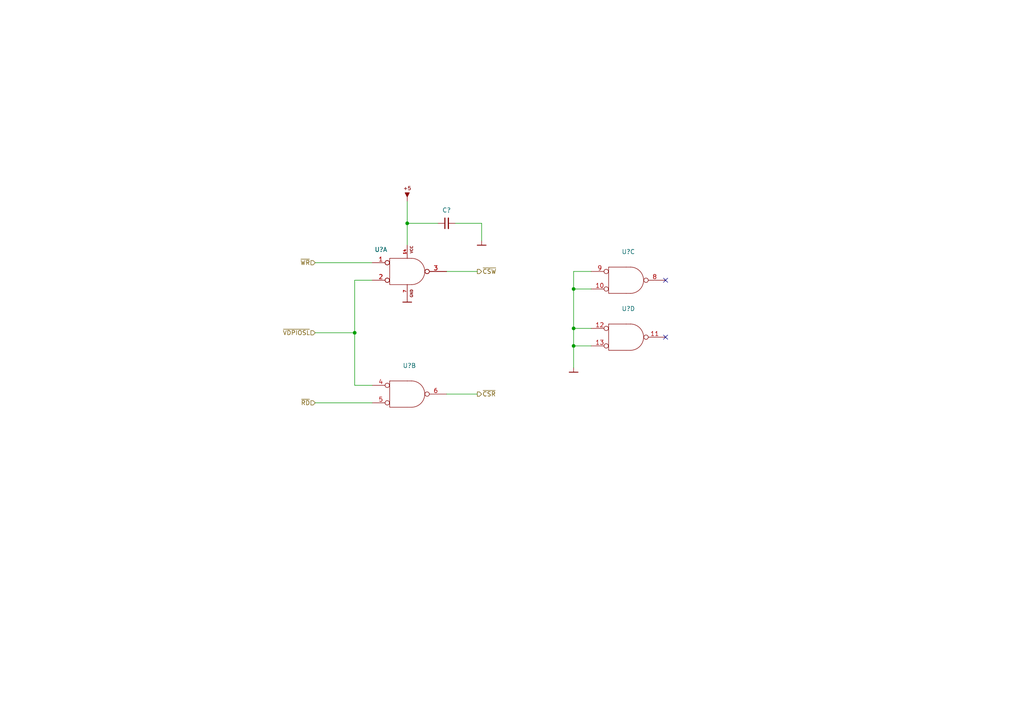
<source format=kicad_sch>
(kicad_sch (version 20211123) (generator eeschema)

  (uuid 0f41a909-27c4-4be2-9d5e-9ae2108c8ff5)

  (paper "A4")

  (lib_symbols
    (symbol "artemisa:74HC32" (pin_names (offset 0.762) hide) (in_bom yes) (on_board yes)
      (property "Reference" "U" (id 0) (at 7.62 3.81 0)
        (effects (font (size 1.27 1.27)))
      )
      (property "Value" "74HC32" (id 1) (at 8.89 -3.81 0)
        (effects (font (size 1.27 1.27)))
      )
      (property "Footprint" "" (id 2) (at 0 0 0)
        (effects (font (size 1.27 1.27)) hide)
      )
      (property "Datasheet" "" (id 3) (at 0 0 0)
        (effects (font (size 1.27 1.27)) hide)
      )
      (symbol "74HC32_1_0"
        (text "GND" (at 1.27 -6.35 900)
          (effects (font (size 0.762 0.762)))
        )
        (text "VCC" (at 1.27 6.35 900)
          (effects (font (size 0.762 0.762)))
        )
        (pin power_in line (at 0 7.62 270) (length 3.81)
          (name "VCC" (effects (font (size 1.27 1.27))))
          (number "14" (effects (font (size 0.762 0.762))))
        )
        (pin power_in line (at 0 -7.62 90) (length 3.81)
          (name "GND" (effects (font (size 1.27 1.27))))
          (number "7" (effects (font (size 0.762 0.762))))
        )
      )
      (symbol "74HC32_1_1"
        (arc (start -5.08 -3.81) (mid -3.5018 0) (end -5.08 3.81)
          (stroke (width 0) (type default) (color 0 0 0 0))
          (fill (type none))
        )
        (arc (start 0 -3.81) (mid 3.6784 -2.744) (end 6.35 0)
          (stroke (width 0) (type default) (color 0 0 0 0))
          (fill (type none))
        )
        (polyline
          (pts
            (xy -5.08 -3.81)
            (xy 0 -3.81)
          )
          (stroke (width 0) (type default) (color 0 0 0 0))
          (fill (type none))
        )
        (polyline
          (pts
            (xy -5.08 3.81)
            (xy 0 3.81)
          )
          (stroke (width 0) (type default) (color 0 0 0 0))
          (fill (type none))
        )
        (arc (start 6.35 0) (mid 3.6784 2.744) (end 0 3.81)
          (stroke (width 0) (type default) (color 0 0 0 0))
          (fill (type none))
        )
        (pin input line (at -10.16 2.54 0) (length 5.9944)
          (name "~" (effects (font (size 1.27 1.27))))
          (number "1" (effects (font (size 1.27 1.27))))
        )
        (pin input line (at -10.16 -2.54 0) (length 5.9944)
          (name "~" (effects (font (size 1.27 1.27))))
          (number "2" (effects (font (size 1.27 1.27))))
        )
        (pin output line (at 11.43 0 180) (length 5.1054)
          (name "~" (effects (font (size 1.27 1.27))))
          (number "3" (effects (font (size 1.27 1.27))))
        )
      )
      (symbol "74HC32_1_2"
        (polyline
          (pts
            (xy -5.08 3.81)
            (xy 0 3.81)
          )
          (stroke (width 0) (type default) (color 0 0 0 0))
          (fill (type none))
        )
        (polyline
          (pts
            (xy 0 -3.81)
            (xy 1.27 -3.81)
          )
          (stroke (width 0) (type default) (color 0 0 0 0))
          (fill (type none))
        )
        (polyline
          (pts
            (xy 0 3.81)
            (xy 1.27 3.81)
          )
          (stroke (width 0) (type default) (color 0 0 0 0))
          (fill (type none))
        )
        (polyline
          (pts
            (xy -5.08 3.81)
            (xy -5.08 -3.81)
            (xy 0 -3.81)
          )
          (stroke (width 0) (type default) (color 0 0 0 0))
          (fill (type none))
        )
        (arc (start 1.27 -3.81) (mid 5.08 0) (end 1.27 3.81)
          (stroke (width 0) (type default) (color 0 0 0 0))
          (fill (type none))
        )
        (pin input inverted (at -10.16 2.54 0) (length 5.0038)
          (name "~" (effects (font (size 1.27 1.27))))
          (number "1" (effects (font (size 1.27 1.27))))
        )
        (pin input inverted (at -10.16 -2.54 0) (length 5.0038)
          (name "~" (effects (font (size 1.27 1.27))))
          (number "2" (effects (font (size 1.27 1.27))))
        )
        (pin output inverted (at 11.43 0 180) (length 6.2992)
          (name "~" (effects (font (size 1.27 1.27))))
          (number "3" (effects (font (size 1.27 1.27))))
        )
      )
      (symbol "74HC32_2_1"
        (arc (start -5.08 -3.81) (mid -3.5018 0) (end -5.08 3.81)
          (stroke (width 0) (type default) (color 0 0 0 0))
          (fill (type none))
        )
        (arc (start 0 -3.81) (mid 3.6784 -2.744) (end 6.35 0)
          (stroke (width 0) (type default) (color 0 0 0 0))
          (fill (type none))
        )
        (polyline
          (pts
            (xy -5.08 -3.81)
            (xy 0 -3.81)
          )
          (stroke (width 0) (type default) (color 0 0 0 0))
          (fill (type none))
        )
        (polyline
          (pts
            (xy -5.08 3.81)
            (xy 0 3.81)
          )
          (stroke (width 0) (type default) (color 0 0 0 0))
          (fill (type none))
        )
        (arc (start 6.35 0) (mid 3.6784 2.744) (end 0 3.81)
          (stroke (width 0) (type default) (color 0 0 0 0))
          (fill (type none))
        )
        (pin input line (at -10.16 2.54 0) (length 5.9944)
          (name "~" (effects (font (size 1.27 1.27))))
          (number "4" (effects (font (size 1.27 1.27))))
        )
        (pin input line (at -10.16 -2.54 0) (length 5.9944)
          (name "~" (effects (font (size 1.27 1.27))))
          (number "5" (effects (font (size 1.27 1.27))))
        )
        (pin output line (at 11.43 0 180) (length 5.1054)
          (name "~" (effects (font (size 1.27 1.27))))
          (number "6" (effects (font (size 1.27 1.27))))
        )
      )
      (symbol "74HC32_2_2"
        (polyline
          (pts
            (xy -5.08 3.81)
            (xy 0 3.81)
          )
          (stroke (width 0) (type default) (color 0 0 0 0))
          (fill (type none))
        )
        (polyline
          (pts
            (xy 0 -3.81)
            (xy 1.27 -3.81)
          )
          (stroke (width 0) (type default) (color 0 0 0 0))
          (fill (type none))
        )
        (polyline
          (pts
            (xy 0 3.81)
            (xy 1.27 3.81)
          )
          (stroke (width 0) (type default) (color 0 0 0 0))
          (fill (type none))
        )
        (polyline
          (pts
            (xy -5.08 3.81)
            (xy -5.08 -3.81)
            (xy 0 -3.81)
          )
          (stroke (width 0) (type default) (color 0 0 0 0))
          (fill (type none))
        )
        (arc (start 1.27 -3.81) (mid 5.08 0) (end 1.27 3.81)
          (stroke (width 0) (type default) (color 0 0 0 0))
          (fill (type none))
        )
        (pin input inverted (at -10.16 2.54 0) (length 5.0038)
          (name "~" (effects (font (size 1.27 1.27))))
          (number "4" (effects (font (size 1.27 1.27))))
        )
        (pin input inverted (at -10.16 -2.54 0) (length 5.0038)
          (name "~" (effects (font (size 1.27 1.27))))
          (number "5" (effects (font (size 1.27 1.27))))
        )
        (pin output inverted (at 11.43 0 180) (length 6.2992)
          (name "~" (effects (font (size 1.27 1.27))))
          (number "6" (effects (font (size 1.27 1.27))))
        )
      )
      (symbol "74HC32_3_1"
        (arc (start -5.08 -3.81) (mid -3.5018 0) (end -5.08 3.81)
          (stroke (width 0) (type default) (color 0 0 0 0))
          (fill (type none))
        )
        (arc (start 0 -3.81) (mid 3.6784 -2.744) (end 6.35 0)
          (stroke (width 0) (type default) (color 0 0 0 0))
          (fill (type none))
        )
        (polyline
          (pts
            (xy -5.08 -3.81)
            (xy 0 -3.81)
          )
          (stroke (width 0) (type default) (color 0 0 0 0))
          (fill (type none))
        )
        (polyline
          (pts
            (xy -5.08 3.81)
            (xy 0 3.81)
          )
          (stroke (width 0) (type default) (color 0 0 0 0))
          (fill (type none))
        )
        (arc (start 6.35 0) (mid 3.6784 2.744) (end 0 3.81)
          (stroke (width 0) (type default) (color 0 0 0 0))
          (fill (type none))
        )
        (pin input line (at -10.16 -2.54 0) (length 5.9944)
          (name "~" (effects (font (size 1.27 1.27))))
          (number "10" (effects (font (size 1.27 1.27))))
        )
        (pin output line (at 11.43 0 180) (length 5.1054)
          (name "~" (effects (font (size 1.27 1.27))))
          (number "8" (effects (font (size 1.27 1.27))))
        )
        (pin input line (at -10.16 2.54 0) (length 5.9944)
          (name "~" (effects (font (size 1.27 1.27))))
          (number "9" (effects (font (size 1.27 1.27))))
        )
      )
      (symbol "74HC32_3_2"
        (polyline
          (pts
            (xy -5.08 3.81)
            (xy 0 3.81)
          )
          (stroke (width 0) (type default) (color 0 0 0 0))
          (fill (type none))
        )
        (polyline
          (pts
            (xy 0 -3.81)
            (xy 1.27 -3.81)
          )
          (stroke (width 0) (type default) (color 0 0 0 0))
          (fill (type none))
        )
        (polyline
          (pts
            (xy 0 3.81)
            (xy 1.27 3.81)
          )
          (stroke (width 0) (type default) (color 0 0 0 0))
          (fill (type none))
        )
        (polyline
          (pts
            (xy -5.08 3.81)
            (xy -5.08 -3.81)
            (xy 0 -3.81)
          )
          (stroke (width 0) (type default) (color 0 0 0 0))
          (fill (type none))
        )
        (arc (start 1.27 -3.81) (mid 5.08 0) (end 1.27 3.81)
          (stroke (width 0) (type default) (color 0 0 0 0))
          (fill (type none))
        )
        (pin input inverted (at -10.16 -2.54 0) (length 5.0038)
          (name "~" (effects (font (size 1.27 1.27))))
          (number "10" (effects (font (size 1.27 1.27))))
        )
        (pin output inverted (at 11.43 0 180) (length 6.2992)
          (name "~" (effects (font (size 1.27 1.27))))
          (number "8" (effects (font (size 1.27 1.27))))
        )
        (pin input inverted (at -10.16 2.54 0) (length 5.0038)
          (name "~" (effects (font (size 1.27 1.27))))
          (number "9" (effects (font (size 1.27 1.27))))
        )
      )
      (symbol "74HC32_4_1"
        (arc (start -5.08 -3.81) (mid -3.5018 0) (end -5.08 3.81)
          (stroke (width 0) (type default) (color 0 0 0 0))
          (fill (type none))
        )
        (arc (start 0 -3.81) (mid 3.6784 -2.744) (end 6.35 0)
          (stroke (width 0) (type default) (color 0 0 0 0))
          (fill (type none))
        )
        (polyline
          (pts
            (xy -5.08 -3.81)
            (xy 0 -3.81)
          )
          (stroke (width 0) (type default) (color 0 0 0 0))
          (fill (type none))
        )
        (polyline
          (pts
            (xy -5.08 3.81)
            (xy 0 3.81)
          )
          (stroke (width 0) (type default) (color 0 0 0 0))
          (fill (type none))
        )
        (arc (start 6.35 0) (mid 3.6784 2.744) (end 0 3.81)
          (stroke (width 0) (type default) (color 0 0 0 0))
          (fill (type none))
        )
        (pin output line (at 11.43 0 180) (length 5.1054)
          (name "~" (effects (font (size 1.27 1.27))))
          (number "11" (effects (font (size 1.27 1.27))))
        )
        (pin input line (at -10.16 2.54 0) (length 5.9944)
          (name "~" (effects (font (size 1.27 1.27))))
          (number "12" (effects (font (size 1.27 1.27))))
        )
        (pin input line (at -10.16 -2.54 0) (length 5.9944)
          (name "~" (effects (font (size 1.27 1.27))))
          (number "13" (effects (font (size 1.27 1.27))))
        )
      )
      (symbol "74HC32_4_2"
        (polyline
          (pts
            (xy -5.08 3.81)
            (xy 0 3.81)
          )
          (stroke (width 0) (type default) (color 0 0 0 0))
          (fill (type none))
        )
        (polyline
          (pts
            (xy 0 -3.81)
            (xy 1.27 -3.81)
          )
          (stroke (width 0) (type default) (color 0 0 0 0))
          (fill (type none))
        )
        (polyline
          (pts
            (xy 0 3.81)
            (xy 1.27 3.81)
          )
          (stroke (width 0) (type default) (color 0 0 0 0))
          (fill (type none))
        )
        (polyline
          (pts
            (xy -5.08 3.81)
            (xy -5.08 -3.81)
            (xy 0 -3.81)
          )
          (stroke (width 0) (type default) (color 0 0 0 0))
          (fill (type none))
        )
        (arc (start 1.27 -3.81) (mid 5.08 0) (end 1.27 3.81)
          (stroke (width 0) (type default) (color 0 0 0 0))
          (fill (type none))
        )
        (pin output inverted (at 11.43 0 180) (length 6.2992)
          (name "~" (effects (font (size 1.27 1.27))))
          (number "11" (effects (font (size 1.27 1.27))))
        )
        (pin input inverted (at -10.16 2.54 0) (length 5.0038)
          (name "~" (effects (font (size 1.27 1.27))))
          (number "12" (effects (font (size 1.27 1.27))))
        )
        (pin input inverted (at -10.16 -2.54 0) (length 5.0038)
          (name "~" (effects (font (size 1.27 1.27))))
          (number "13" (effects (font (size 1.27 1.27))))
        )
      )
    )
    (symbol "artemisa:Cap" (pin_numbers hide) (pin_names (offset 0.254) hide) (in_bom yes) (on_board yes)
      (property "Reference" "C" (id 0) (at 0.254 1.778 0)
        (effects (font (size 1.27 1.27)) (justify left))
      )
      (property "Value" "Cap" (id 1) (at 0.254 -2.032 0)
        (effects (font (size 1.27 1.27)) (justify left))
      )
      (property "Footprint" "" (id 2) (at 0 0 0)
        (effects (font (size 1.27 1.27)) hide)
      )
      (property "Datasheet" "" (id 3) (at 0 0 0)
        (effects (font (size 1.27 1.27)) hide)
      )
      (property "ki_fp_filters" "C_*" (id 4) (at 0 0 0)
        (effects (font (size 1.27 1.27)) hide)
      )
      (symbol "Cap_0_1"
        (polyline
          (pts
            (xy -1.524 -0.508)
            (xy 1.524 -0.508)
          )
          (stroke (width 0.3302) (type default) (color 0 0 0 0))
          (fill (type none))
        )
        (polyline
          (pts
            (xy -1.524 0.508)
            (xy 1.524 0.508)
          )
          (stroke (width 0.3048) (type default) (color 0 0 0 0))
          (fill (type none))
        )
      )
      (symbol "Cap_1_1"
        (pin passive line (at 0 2.54 270) (length 2.032)
          (name "~" (effects (font (size 1.27 1.27))))
          (number "1" (effects (font (size 1.27 1.27))))
        )
        (pin passive line (at 0 -2.54 90) (length 2.032)
          (name "~" (effects (font (size 1.27 1.27))))
          (number "2" (effects (font (size 1.27 1.27))))
        )
      )
    )
    (symbol "artemisa:GND" (power) (pin_numbers hide) (pin_names (offset 0) hide) (in_bom yes) (on_board yes)
      (property "Reference" "#PWR" (id 0) (at 0 -2.54 0)
        (effects (font (size 1.524 1.524)) hide)
      )
      (property "Value" "GND" (id 1) (at 0 2.54 0)
        (effects (font (size 1.524 1.524)) hide)
      )
      (property "Footprint" "" (id 2) (at 0 0 0)
        (effects (font (size 1.524 1.524)) hide)
      )
      (property "Datasheet" "" (id 3) (at 0 0 0)
        (effects (font (size 1.524 1.524)) hide)
      )
      (symbol "GND_0_1"
        (polyline
          (pts
            (xy -1.27 -1.27)
            (xy 1.27 -1.27)
          )
          (stroke (width 0.254) (type default) (color 0 0 0 0))
          (fill (type none))
        )
      )
      (symbol "GND_1_1"
        (pin power_in line (at 0 0 270) (length 1.27)
          (name "GND" (effects (font (size 1.27 1.27))))
          (number "~" (effects (font (size 1.27 1.27))))
        )
      )
    )
    (symbol "artemisa:VCC" (power) (pin_numbers hide) (pin_names (offset 0) hide) (in_bom yes) (on_board yes)
      (property "Reference" "#PWR" (id 0) (at 0 -1.27 0)
        (effects (font (size 1.524 1.524)) hide)
      )
      (property "Value" "VCC" (id 1) (at 0 6.35 0)
        (effects (font (size 1.524 1.524)) hide)
      )
      (property "Footprint" "" (id 2) (at 0 0 0)
        (effects (font (size 1.524 1.524)) hide)
      )
      (property "Datasheet" "" (id 3) (at 0 0 0)
        (effects (font (size 1.524 1.524)) hide)
      )
      (symbol "VCC_0_0"
        (text "+5" (at 0 3.81 0)
          (effects (font (size 1.016 1.016)))
        )
      )
      (symbol "VCC_0_1"
        (polyline
          (pts
            (xy 0 1.27)
            (xy 0.635 2.54)
            (xy -0.635 2.54)
            (xy 0 1.27)
          )
          (stroke (width 0) (type default) (color 0 0 0 0))
          (fill (type outline))
        )
      )
      (symbol "VCC_1_1"
        (pin power_in line (at 0 0 90) (length 1.27)
          (name "~" (effects (font (size 1.27 1.27))))
          (number "~" (effects (font (size 1.27 1.27))))
        )
      )
    )
  )

  (junction (at 166.37 83.82) (diameter 0) (color 0 0 0 0)
    (uuid 0147f16a-c952-4891-8f53-a9fb8cddeb8d)
  )
  (junction (at 166.37 95.25) (diameter 0) (color 0 0 0 0)
    (uuid 0d0bb7b2-a6e5-46d2-9492-a1aa6e5a7b2f)
  )
  (junction (at 166.37 100.33) (diameter 0) (color 0 0 0 0)
    (uuid 15875808-74d5-4210-b8ca-aa8fbc04ae21)
  )
  (junction (at 102.87 96.52) (diameter 0) (color 0 0 0 0)
    (uuid a05d7640-f2f6-4ba7-8c51-5a4af431fc13)
  )
  (junction (at 118.11 64.77) (diameter 0) (color 0 0 0 0)
    (uuid bb7f0588-d4d8-44bf-9ebf-3c533fe4d6ae)
  )

  (no_connect (at 193.04 81.28) (uuid 0a3cc030-c9dd-4d74-9d50-715ed2b361a2))
  (no_connect (at 193.04 97.79) (uuid 8322f275-268c-4e87-a69f-4cfbf05e747f))

  (wire (pts (xy 91.44 116.84) (xy 107.95 116.84))
    (stroke (width 0) (type default) (color 0 0 0 0))
    (uuid 0dcdf1b8-13c6-48b4-bd94-5d26038ff231)
  )
  (wire (pts (xy 139.7 69.85) (xy 139.7 64.77))
    (stroke (width 0) (type default) (color 0 0 0 0))
    (uuid 10109f84-4940-47f8-8640-91f185ac9bc1)
  )
  (wire (pts (xy 138.43 78.74) (xy 129.54 78.74))
    (stroke (width 0) (type default) (color 0 0 0 0))
    (uuid 13475e15-f37c-4de8-857e-1722b0c39513)
  )
  (wire (pts (xy 91.44 76.2) (xy 107.95 76.2))
    (stroke (width 0) (type default) (color 0 0 0 0))
    (uuid 1a2f72d1-0b36-4610-afc4-4ad1660d5d3b)
  )
  (wire (pts (xy 138.43 114.3) (xy 129.54 114.3))
    (stroke (width 0) (type default) (color 0 0 0 0))
    (uuid 2732632c-4768-42b6-bf7f-14643424019e)
  )
  (wire (pts (xy 102.87 96.52) (xy 102.87 111.76))
    (stroke (width 0) (type default) (color 0 0 0 0))
    (uuid 32667662-ae86-4904-b198-3e95f11851bf)
  )
  (wire (pts (xy 127 64.77) (xy 118.11 64.77))
    (stroke (width 0) (type default) (color 0 0 0 0))
    (uuid 3f5fe6b7-98fc-4d3e-9567-f9f7202d1455)
  )
  (wire (pts (xy 171.45 78.74) (xy 166.37 78.74))
    (stroke (width 0) (type default) (color 0 0 0 0))
    (uuid 4e3d7c0d-12e3-42f2-b944-e4bcdbbcac2a)
  )
  (wire (pts (xy 132.08 64.77) (xy 139.7 64.77))
    (stroke (width 0) (type default) (color 0 0 0 0))
    (uuid 55e740a3-0735-4744-896e-2bf5437093b9)
  )
  (wire (pts (xy 102.87 96.52) (xy 102.87 81.28))
    (stroke (width 0) (type default) (color 0 0 0 0))
    (uuid 58dc14f9-c158-4824-a84e-24a6a482a7a4)
  )
  (wire (pts (xy 118.11 58.42) (xy 118.11 64.77))
    (stroke (width 0) (type default) (color 0 0 0 0))
    (uuid 5cbb5968-dbb5-4b84-864a-ead1cacf75b9)
  )
  (wire (pts (xy 171.45 83.82) (xy 166.37 83.82))
    (stroke (width 0) (type default) (color 0 0 0 0))
    (uuid 6a44418c-7bb4-4e99-8836-57f153c19721)
  )
  (wire (pts (xy 171.45 100.33) (xy 166.37 100.33))
    (stroke (width 0) (type default) (color 0 0 0 0))
    (uuid 81bbc3ff-3938-49ac-8297-ce2bcc9a42bd)
  )
  (wire (pts (xy 166.37 78.74) (xy 166.37 83.82))
    (stroke (width 0) (type default) (color 0 0 0 0))
    (uuid aa02e544-13f5-4cf8-a5f4-3e6cda006090)
  )
  (wire (pts (xy 166.37 95.25) (xy 166.37 100.33))
    (stroke (width 0) (type default) (color 0 0 0 0))
    (uuid b1169a2d-8998-4b50-a48d-c520bcc1b8e1)
  )
  (wire (pts (xy 102.87 111.76) (xy 107.95 111.76))
    (stroke (width 0) (type default) (color 0 0 0 0))
    (uuid b635b16e-60bb-4b3e-9fc3-47d34eef8381)
  )
  (wire (pts (xy 166.37 83.82) (xy 166.37 95.25))
    (stroke (width 0) (type default) (color 0 0 0 0))
    (uuid d1262c4d-2245-4c4f-8f35-7bb32cd9e21e)
  )
  (wire (pts (xy 171.45 95.25) (xy 166.37 95.25))
    (stroke (width 0) (type default) (color 0 0 0 0))
    (uuid d22e95aa-f3db-4fbc-a331-048a2523233e)
  )
  (wire (pts (xy 166.37 100.33) (xy 166.37 106.68))
    (stroke (width 0) (type default) (color 0 0 0 0))
    (uuid dd00c2e1-6027-4717-b312-4fab3ee52002)
  )
  (wire (pts (xy 91.44 96.52) (xy 102.87 96.52))
    (stroke (width 0) (type default) (color 0 0 0 0))
    (uuid dde3dba8-1b81-466c-93a3-c284ff4da1ef)
  )
  (wire (pts (xy 118.11 64.77) (xy 118.11 71.12))
    (stroke (width 0) (type default) (color 0 0 0 0))
    (uuid f1830a1b-f0cc-47ae-a2c9-679c82032f14)
  )
  (wire (pts (xy 102.87 81.28) (xy 107.95 81.28))
    (stroke (width 0) (type default) (color 0 0 0 0))
    (uuid f976e2cc-36f9-4479-a816-2c74d1d5da6f)
  )

  (hierarchical_label "~{RD}" (shape input) (at 91.44 116.84 180)
    (effects (font (size 1.27 1.27)) (justify right))
    (uuid 35354519-a28c-40c4-befd-0943e98dea53)
  )
  (hierarchical_label "~{VDPIOSL}" (shape input) (at 91.44 96.52 180)
    (effects (font (size 1.27 1.27)) (justify right))
    (uuid 38f2d955-ea7a-4a21-aba6-02ae23f1bd4a)
  )
  (hierarchical_label "~{WR}" (shape input) (at 91.44 76.2 180)
    (effects (font (size 1.27 1.27)) (justify right))
    (uuid 632acde9-b7fd-4f04-8cb4-d2cbb06b3595)
  )
  (hierarchical_label "~{CSR}" (shape output) (at 138.43 114.3 0)
    (effects (font (size 1.27 1.27)) (justify left))
    (uuid 6b25f522-8e2d-4cd8-9d5d-a2b80f60133b)
  )
  (hierarchical_label "~{CSW}" (shape output) (at 138.43 78.74 0)
    (effects (font (size 1.27 1.27)) (justify left))
    (uuid dabe541b-b164-4180-97a4-5ca761b86800)
  )

  (symbol (lib_id "artemisa:74HC32") (at 118.11 78.74 0) (unit 1) (convert 2)
    (in_bom yes) (on_board yes)
    (uuid 00000000-0000-0000-0000-00005e97c4cb)
    (property "Reference" "U?" (id 0) (at 110.49 72.39 0))
    (property "Value" "" (id 1) (at 110.49 85.09 0))
    (property "Footprint" "" (id 2) (at 118.11 78.74 0)
      (effects (font (size 1.27 1.27)) hide)
    )
    (property "Datasheet" "https://assets.nexperia.com/documents/data-sheet/74HC_HCT32.pdf" (id 3) (at 118.11 78.74 0)
      (effects (font (size 1.27 1.27)) hide)
    )
    (pin "14" (uuid f133713c-73bd-4c6e-9876-adc9f926d7c4))
    (pin "7" (uuid 20d6438e-3f03-4032-b454-c6fd028feb0f))
    (pin "1" (uuid 2f5fce7c-333b-455f-a556-9864c16ee1c7))
    (pin "2" (uuid f49073cb-5776-41d0-b97c-29fb541456ea))
    (pin "3" (uuid 1af20749-b6d6-4466-adc5-a072e877da5f))
    (pin "4" (uuid de8868e1-8f9f-4333-b98b-aacb7a59be35))
    (pin "5" (uuid 4aa01502-a87f-4de6-abc3-8a09d0f4c429))
    (pin "6" (uuid 0c926f8b-4916-443b-b8d5-b5866414d198))
    (pin "10" (uuid f6dfbb3b-b43f-42d3-96ef-f25f5dec1e4e))
    (pin "8" (uuid f2432da9-7fb9-4817-b2fc-dc1f41d2c4ed))
    (pin "9" (uuid dff99b7d-44b4-4c8b-a979-a916e87bc0d1))
    (pin "11" (uuid ce21ff00-00b8-4ed8-9417-82388977baeb))
    (pin "12" (uuid eec042a4-4204-4b32-91b3-c391b24c19f9))
    (pin "13" (uuid 026b828f-c145-44b8-a87b-17083d2686fc))
  )

  (symbol (lib_id "artemisa:74HC32") (at 118.11 114.3 0) (unit 2) (convert 2)
    (in_bom yes) (on_board yes)
    (uuid 00000000-0000-0000-0000-00005e97c4d1)
    (property "Reference" "U?" (id 0) (at 118.745 106.045 0))
    (property "Value" "" (id 1) (at 118.745 108.3564 0))
    (property "Footprint" "" (id 2) (at 118.11 114.3 0)
      (effects (font (size 1.27 1.27)) hide)
    )
    (property "Datasheet" "https://assets.nexperia.com/documents/data-sheet/74HC_HCT32.pdf" (id 3) (at 118.11 114.3 0)
      (effects (font (size 1.27 1.27)) hide)
    )
    (pin "14" (uuid 5d24333a-d0c2-4736-9c83-4ed99302ef17))
    (pin "7" (uuid fd34d62d-428f-4325-a0b6-624a673ee4b7))
    (pin "1" (uuid ed3504fe-aa49-4b10-9be4-6966278b61ee))
    (pin "2" (uuid 316e58f0-9dee-4c64-9b2f-02fdc0518541))
    (pin "3" (uuid 6044434a-98fb-4dbc-a2ec-89e667e38bef))
    (pin "4" (uuid 00ed4ad5-9950-491c-996e-6baabaae25cd))
    (pin "5" (uuid 1521cda7-86fe-4558-a264-ec3e6be69d27))
    (pin "6" (uuid 84ab931c-d159-476f-9952-05f456878955))
    (pin "10" (uuid aaf487cc-d221-4c0f-9c70-5642fef71223))
    (pin "8" (uuid 59a52780-0dc8-4c90-be48-600d38431ba7))
    (pin "9" (uuid 8069f069-4d00-46af-b5b3-2047e8a28c14))
    (pin "11" (uuid 12e90146-8c2a-4165-b7fc-98ec923c5807))
    (pin "12" (uuid 0931c342-aa39-488b-8409-19c088e2c579))
    (pin "13" (uuid 16fa3ca1-79a9-4ede-ab25-e5557515ac78))
  )

  (symbol (lib_id "artemisa:74HC32") (at 181.61 81.28 0) (unit 3) (convert 2)
    (in_bom yes) (on_board yes)
    (uuid 00000000-0000-0000-0000-00005eb4178b)
    (property "Reference" "U?" (id 0) (at 182.245 73.025 0))
    (property "Value" "" (id 1) (at 182.245 75.3364 0))
    (property "Footprint" "" (id 2) (at 181.61 81.28 0)
      (effects (font (size 1.27 1.27)) hide)
    )
    (property "Datasheet" "https://assets.nexperia.com/documents/data-sheet/74HC_HCT32.pdf" (id 3) (at 181.61 81.28 0)
      (effects (font (size 1.27 1.27)) hide)
    )
    (pin "14" (uuid 7a6076e6-6d66-48be-8e9a-1519a607a41a))
    (pin "7" (uuid 72d39e4b-44f5-4281-b033-e2e5c94239e3))
    (pin "1" (uuid 50bf00c7-c69d-47e9-8d7f-002d8001f5dd))
    (pin "2" (uuid 5974a4ec-63f6-4ae8-aae7-67d7bef69ac8))
    (pin "3" (uuid d0967631-70ce-4dc5-af44-fe7684a689a6))
    (pin "4" (uuid c54afa4a-7e48-4974-b1c2-36aeae84d1bd))
    (pin "5" (uuid 633a963b-5ac6-4181-b149-baaec0e755c1))
    (pin "6" (uuid d97759ba-4ef9-443b-97fd-7617cb99bc38))
    (pin "10" (uuid 597e1a93-f572-4337-ab0d-d7387026fc80))
    (pin "8" (uuid 9759ad16-ddc1-4e8a-bc93-f83048114bb5))
    (pin "9" (uuid 574fc6fe-b38d-477f-b6f1-db00ebead827))
    (pin "11" (uuid da091451-5052-4c1e-8fda-2cb362e456ac))
    (pin "12" (uuid 3f975b41-753d-48b2-a348-40509d63c622))
    (pin "13" (uuid 8153434b-5ee3-45ac-b0e2-dd937fdd246f))
  )

  (symbol (lib_id "artemisa:74HC32") (at 181.61 97.79 0) (unit 4) (convert 2)
    (in_bom yes) (on_board yes)
    (uuid 00000000-0000-0000-0000-00005eb41791)
    (property "Reference" "U?" (id 0) (at 182.245 89.535 0))
    (property "Value" "" (id 1) (at 182.245 91.8464 0))
    (property "Footprint" "" (id 2) (at 181.61 97.79 0)
      (effects (font (size 1.27 1.27)) hide)
    )
    (property "Datasheet" "https://assets.nexperia.com/documents/data-sheet/74HC_HCT32.pdf" (id 3) (at 181.61 97.79 0)
      (effects (font (size 1.27 1.27)) hide)
    )
    (pin "14" (uuid ee37e5a2-768d-4846-925d-6c415ff172b1))
    (pin "7" (uuid 32706400-3474-469d-a53c-79d91398f34c))
    (pin "1" (uuid a92abeac-ebb3-4a6f-ae5e-41050fb74189))
    (pin "2" (uuid 1424ac55-64fa-41a8-bf55-13c4fd0bf19e))
    (pin "3" (uuid 89a51784-537b-49e0-85bf-f90487885aca))
    (pin "4" (uuid 8f68e951-9db8-4b52-b55a-6b757d606006))
    (pin "5" (uuid 83f5f58d-c091-4ade-a393-0d823c7f98ea))
    (pin "6" (uuid 6925d0aa-6a6d-48e8-beb5-c68f11da7a23))
    (pin "10" (uuid 71857fb6-92ff-4658-8c4b-83f8fa1a49ea))
    (pin "8" (uuid 33e380ea-342b-4d64-ba82-24622d1ef4c9))
    (pin "9" (uuid e365334a-9b24-441c-9c4e-82464a47a03c))
    (pin "11" (uuid 24a654c7-ea59-4600-aeb2-4963fad7b573))
    (pin "12" (uuid 39121cda-2cb7-4461-a483-0dda91a28ab8))
    (pin "13" (uuid 0f0eb63b-57fa-407a-9b13-204a7a0c8c5e))
  )

  (symbol (lib_id "artemisa:GND") (at 166.37 106.68 0) (unit 1)
    (in_bom yes) (on_board yes)
    (uuid 00000000-0000-0000-0000-00005eb417a4)
    (property "Reference" "#PWR?" (id 0) (at 166.37 109.22 0)
      (effects (font (size 1.524 1.524)) hide)
    )
    (property "Value" "" (id 1) (at 166.37 104.14 0)
      (effects (font (size 1.524 1.524)) hide)
    )
    (property "Footprint" "" (id 2) (at 166.37 106.68 0)
      (effects (font (size 1.524 1.524)) hide)
    )
    (property "Datasheet" "" (id 3) (at 166.37 106.68 0)
      (effects (font (size 1.524 1.524)) hide)
    )
    (pin "~" (uuid c9081649-700b-41e8-bca6-04d38fc61c5e))
  )

  (symbol (lib_id "artemisa:Cap") (at 129.54 64.77 90) (unit 1)
    (in_bom yes) (on_board yes)
    (uuid 00000000-0000-0000-0000-00006093bffa)
    (property "Reference" "C?" (id 0) (at 129.54 60.96 90))
    (property "Value" "" (id 1) (at 129.54 68.58 90))
    (property "Footprint" "" (id 2) (at 129.54 64.77 0)
      (effects (font (size 1.27 1.27)) hide)
    )
    (property "Datasheet" "" (id 3) (at 129.54 64.77 0)
      (effects (font (size 1.27 1.27)) hide)
    )
    (pin "1" (uuid 47d8f9e4-65b8-4e24-a41b-0863b0041451))
    (pin "2" (uuid 57f1b421-32fe-4316-8a13-1ecb16ddbbaf))
  )

  (symbol (lib_id "artemisa:VCC") (at 118.11 58.42 0) (unit 1)
    (in_bom yes) (on_board yes)
    (uuid 00000000-0000-0000-0000-000060940a65)
    (property "Reference" "#PWR?" (id 0) (at 118.11 59.69 0)
      (effects (font (size 1.524 1.524)) hide)
    )
    (property "Value" "" (id 1) (at 118.11 52.07 0)
      (effects (font (size 1.524 1.524)) hide)
    )
    (property "Footprint" "" (id 2) (at 118.11 58.42 0)
      (effects (font (size 1.524 1.524)) hide)
    )
    (property "Datasheet" "" (id 3) (at 118.11 58.42 0)
      (effects (font (size 1.524 1.524)) hide)
    )
    (pin "~" (uuid b8f8c374-0785-47df-9952-6aef91a53fcd))
  )

  (symbol (lib_id "artemisa:GND") (at 118.11 86.36 0) (unit 1)
    (in_bom yes) (on_board yes)
    (uuid 00000000-0000-0000-0000-000060940a6b)
    (property "Reference" "#PWR?" (id 0) (at 118.11 88.9 0)
      (effects (font (size 1.524 1.524)) hide)
    )
    (property "Value" "" (id 1) (at 118.11 83.82 0)
      (effects (font (size 1.524 1.524)) hide)
    )
    (property "Footprint" "" (id 2) (at 118.11 86.36 0)
      (effects (font (size 1.524 1.524)) hide)
    )
    (property "Datasheet" "" (id 3) (at 118.11 86.36 0)
      (effects (font (size 1.524 1.524)) hide)
    )
    (pin "~" (uuid c4e8afcf-c65c-4850-8409-fb0558fa1682))
  )

  (symbol (lib_id "artemisa:GND") (at 139.7 69.85 0) (unit 1)
    (in_bom yes) (on_board yes)
    (uuid 00000000-0000-0000-0000-000060942285)
    (property "Reference" "#PWR?" (id 0) (at 139.7 72.39 0)
      (effects (font (size 1.524 1.524)) hide)
    )
    (property "Value" "" (id 1) (at 139.7 67.31 0)
      (effects (font (size 1.524 1.524)) hide)
    )
    (property "Footprint" "" (id 2) (at 139.7 69.85 0)
      (effects (font (size 1.524 1.524)) hide)
    )
    (property "Datasheet" "" (id 3) (at 139.7 69.85 0)
      (effects (font (size 1.524 1.524)) hide)
    )
    (pin "~" (uuid 1d671802-4234-43f9-91df-8cd809f79621))
  )
)

</source>
